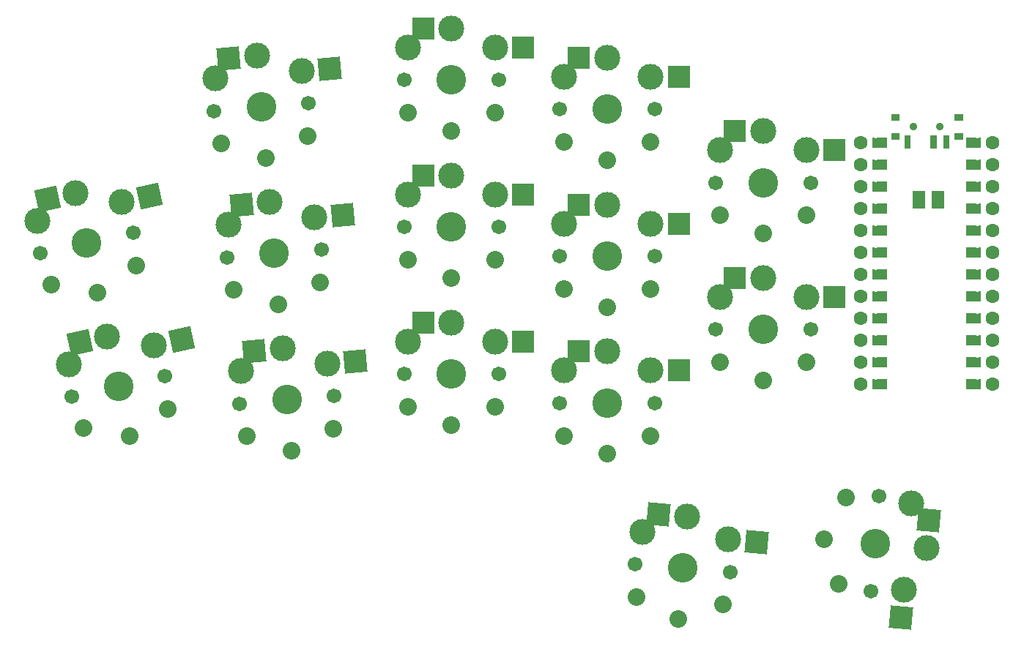
<source format=gbr>
G04 #@! TF.GenerationSoftware,KiCad,Pcbnew,6.0.0-d3dd2cf0fa~116~ubuntu20.04.1*
G04 #@! TF.CreationDate,2022-01-05T23:59:28-05:00*
G04 #@! TF.ProjectId,30_hs,33305f68-732e-46b6-9963-61645f706362,0.1*
G04 #@! TF.SameCoordinates,Original*
G04 #@! TF.FileFunction,Soldermask,Bot*
G04 #@! TF.FilePolarity,Negative*
%FSLAX46Y46*%
G04 Gerber Fmt 4.6, Leading zero omitted, Abs format (unit mm)*
G04 Created by KiCad (PCBNEW 6.0.0-d3dd2cf0fa~116~ubuntu20.04.1) date 2022-01-05 23:59:28*
%MOMM*%
%LPD*%
G01*
G04 APERTURE LIST*
G04 Aperture macros list*
%AMRotRect*
0 Rectangle, with rotation*
0 The origin of the aperture is its center*
0 $1 length*
0 $2 width*
0 $3 Rotation angle, in degrees counterclockwise*
0 Add horizontal line*
21,1,$1,$2,0,0,$3*%
%AMFreePoly0*
4,1,6,0.600000,0.200000,0.000000,-0.400000,-0.600000,0.200000,-0.600000,0.400000,0.600000,0.400000,0.600000,0.200000,0.600000,0.200000,$1*%
%AMFreePoly1*
4,1,6,0.600000,-0.250000,-0.600000,-0.250000,-0.600000,1.000000,0.000000,0.400000,0.600000,1.000000,0.600000,-0.250000,0.600000,-0.250000,$1*%
G04 Aperture macros list end*
%ADD10C,0.100000*%
%ADD11C,3.000000*%
%ADD12C,1.701800*%
%ADD13C,3.429000*%
%ADD14RotRect,2.600000X2.600000X12.500000*%
%ADD15C,2.032000*%
%ADD16RotRect,2.600000X2.600000X5.000000*%
%ADD17R,2.600000X2.600000*%
%ADD18RotRect,2.600000X2.600000X355.000000*%
%ADD19RotRect,2.600000X2.600000X265.000000*%
%ADD20C,1.600000*%
%ADD21FreePoly0,270.000000*%
%ADD22FreePoly0,90.000000*%
%ADD23FreePoly1,90.000000*%
%ADD24FreePoly1,270.000000*%
%ADD25C,0.900000*%
G04 APERTURE END LIST*
D10*
X132523000Y-69866000D02*
X132523000Y-71866000D01*
X132523000Y-71866000D02*
X133923000Y-71866000D01*
X133923000Y-71866000D02*
X133923000Y-69866000D01*
X133923000Y-69866000D02*
X132523000Y-69866000D01*
G36*
X133923000Y-71866000D02*
G01*
X132523000Y-71866000D01*
X132523000Y-69866000D01*
X133923000Y-69866000D01*
X133923000Y-71866000D01*
G37*
X133923000Y-71866000D02*
X132523000Y-71866000D01*
X132523000Y-69866000D01*
X133923000Y-69866000D01*
X133923000Y-71866000D01*
X134723000Y-69866000D02*
X134723000Y-71866000D01*
X134723000Y-71866000D02*
X136123000Y-71866000D01*
X136123000Y-71866000D02*
X136123000Y-69866000D01*
X136123000Y-69866000D02*
X134723000Y-69866000D01*
G36*
X136123000Y-71866000D02*
G01*
X134723000Y-71866000D01*
X134723000Y-69866000D01*
X136123000Y-69866000D01*
X136123000Y-71866000D01*
G37*
X136123000Y-71866000D02*
X134723000Y-71866000D01*
X134723000Y-69866000D01*
X136123000Y-69866000D01*
X136123000Y-71866000D01*
X129059009Y-66366446D02*
X129059009Y-67382446D01*
X129059009Y-67382446D02*
X128043009Y-67382446D01*
X128043009Y-67382446D02*
X128043009Y-66366446D01*
X128043009Y-66366446D02*
X129059009Y-66366446D01*
G36*
X129059009Y-67382446D02*
G01*
X128043009Y-67382446D01*
X128043009Y-66366446D01*
X129059009Y-66366446D01*
X129059009Y-67382446D01*
G37*
X129059009Y-67382446D02*
X128043009Y-67382446D01*
X128043009Y-66366446D01*
X129059009Y-66366446D01*
X129059009Y-67382446D01*
X129059009Y-73986446D02*
X129059009Y-75002446D01*
X129059009Y-75002446D02*
X128043009Y-75002446D01*
X128043009Y-75002446D02*
X128043009Y-73986446D01*
X128043009Y-73986446D02*
X129059009Y-73986446D01*
G36*
X129059009Y-75002446D02*
G01*
X128043009Y-75002446D01*
X128043009Y-73986446D01*
X129059009Y-73986446D01*
X129059009Y-75002446D01*
G37*
X129059009Y-75002446D02*
X128043009Y-75002446D01*
X128043009Y-73986446D01*
X129059009Y-73986446D01*
X129059009Y-75002446D01*
X129059009Y-91766446D02*
X129059009Y-92782446D01*
X129059009Y-92782446D02*
X128043009Y-92782446D01*
X128043009Y-92782446D02*
X128043009Y-91766446D01*
X128043009Y-91766446D02*
X129059009Y-91766446D01*
G36*
X129059009Y-92782446D02*
G01*
X128043009Y-92782446D01*
X128043009Y-91766446D01*
X129059009Y-91766446D01*
X129059009Y-92782446D01*
G37*
X129059009Y-92782446D02*
X128043009Y-92782446D01*
X128043009Y-91766446D01*
X129059009Y-91766446D01*
X129059009Y-92782446D01*
X129059009Y-76526446D02*
X129059009Y-77542446D01*
X129059009Y-77542446D02*
X128043009Y-77542446D01*
X128043009Y-77542446D02*
X128043009Y-76526446D01*
X128043009Y-76526446D02*
X129059009Y-76526446D01*
G36*
X129059009Y-77542446D02*
G01*
X128043009Y-77542446D01*
X128043009Y-76526446D01*
X129059009Y-76526446D01*
X129059009Y-77542446D01*
G37*
X129059009Y-77542446D02*
X128043009Y-77542446D01*
X128043009Y-76526446D01*
X129059009Y-76526446D01*
X129059009Y-77542446D01*
X139219009Y-75002446D02*
X139219009Y-73986446D01*
X139219009Y-73986446D02*
X140235009Y-73986446D01*
X140235009Y-73986446D02*
X140235009Y-75002446D01*
X140235009Y-75002446D02*
X139219009Y-75002446D01*
G36*
X140235009Y-75002446D02*
G01*
X139219009Y-75002446D01*
X139219009Y-73986446D01*
X140235009Y-73986446D01*
X140235009Y-75002446D01*
G37*
X140235009Y-75002446D02*
X139219009Y-75002446D01*
X139219009Y-73986446D01*
X140235009Y-73986446D01*
X140235009Y-75002446D01*
X139219009Y-67382446D02*
X139219009Y-66366446D01*
X139219009Y-66366446D02*
X140235009Y-66366446D01*
X140235009Y-66366446D02*
X140235009Y-67382446D01*
X140235009Y-67382446D02*
X139219009Y-67382446D01*
G36*
X140235009Y-67382446D02*
G01*
X139219009Y-67382446D01*
X139219009Y-66366446D01*
X140235009Y-66366446D01*
X140235009Y-67382446D01*
G37*
X140235009Y-67382446D02*
X139219009Y-67382446D01*
X139219009Y-66366446D01*
X140235009Y-66366446D01*
X140235009Y-67382446D01*
X129059009Y-63826446D02*
X129059009Y-64842446D01*
X129059009Y-64842446D02*
X128043009Y-64842446D01*
X128043009Y-64842446D02*
X128043009Y-63826446D01*
X128043009Y-63826446D02*
X129059009Y-63826446D01*
G36*
X129059009Y-64842446D02*
G01*
X128043009Y-64842446D01*
X128043009Y-63826446D01*
X129059009Y-63826446D01*
X129059009Y-64842446D01*
G37*
X129059009Y-64842446D02*
X128043009Y-64842446D01*
X128043009Y-63826446D01*
X129059009Y-63826446D01*
X129059009Y-64842446D01*
X129059009Y-68906446D02*
X129059009Y-69922446D01*
X129059009Y-69922446D02*
X128043009Y-69922446D01*
X128043009Y-69922446D02*
X128043009Y-68906446D01*
X128043009Y-68906446D02*
X129059009Y-68906446D01*
G36*
X129059009Y-69922446D02*
G01*
X128043009Y-69922446D01*
X128043009Y-68906446D01*
X129059009Y-68906446D01*
X129059009Y-69922446D01*
G37*
X129059009Y-69922446D02*
X128043009Y-69922446D01*
X128043009Y-68906446D01*
X129059009Y-68906446D01*
X129059009Y-69922446D01*
X139219009Y-92782446D02*
X139219009Y-91766446D01*
X139219009Y-91766446D02*
X140235009Y-91766446D01*
X140235009Y-91766446D02*
X140235009Y-92782446D01*
X140235009Y-92782446D02*
X139219009Y-92782446D01*
G36*
X140235009Y-92782446D02*
G01*
X139219009Y-92782446D01*
X139219009Y-91766446D01*
X140235009Y-91766446D01*
X140235009Y-92782446D01*
G37*
X140235009Y-92782446D02*
X139219009Y-92782446D01*
X139219009Y-91766446D01*
X140235009Y-91766446D01*
X140235009Y-92782446D01*
X129059009Y-81606446D02*
X129059009Y-82622446D01*
X129059009Y-82622446D02*
X128043009Y-82622446D01*
X128043009Y-82622446D02*
X128043009Y-81606446D01*
X128043009Y-81606446D02*
X129059009Y-81606446D01*
G36*
X129059009Y-82622446D02*
G01*
X128043009Y-82622446D01*
X128043009Y-81606446D01*
X129059009Y-81606446D01*
X129059009Y-82622446D01*
G37*
X129059009Y-82622446D02*
X128043009Y-82622446D01*
X128043009Y-81606446D01*
X129059009Y-81606446D01*
X129059009Y-82622446D01*
X139219009Y-77542446D02*
X139219009Y-76526446D01*
X139219009Y-76526446D02*
X140235009Y-76526446D01*
X140235009Y-76526446D02*
X140235009Y-77542446D01*
X140235009Y-77542446D02*
X139219009Y-77542446D01*
G36*
X140235009Y-77542446D02*
G01*
X139219009Y-77542446D01*
X139219009Y-76526446D01*
X140235009Y-76526446D01*
X140235009Y-77542446D01*
G37*
X140235009Y-77542446D02*
X139219009Y-77542446D01*
X139219009Y-76526446D01*
X140235009Y-76526446D01*
X140235009Y-77542446D01*
X139219009Y-90242446D02*
X139219009Y-89226446D01*
X139219009Y-89226446D02*
X140235009Y-89226446D01*
X140235009Y-89226446D02*
X140235009Y-90242446D01*
X140235009Y-90242446D02*
X139219009Y-90242446D01*
G36*
X140235009Y-90242446D02*
G01*
X139219009Y-90242446D01*
X139219009Y-89226446D01*
X140235009Y-89226446D01*
X140235009Y-90242446D01*
G37*
X140235009Y-90242446D02*
X139219009Y-90242446D01*
X139219009Y-89226446D01*
X140235009Y-89226446D01*
X140235009Y-90242446D01*
X139219009Y-69922446D02*
X139219009Y-68906446D01*
X139219009Y-68906446D02*
X140235009Y-68906446D01*
X140235009Y-68906446D02*
X140235009Y-69922446D01*
X140235009Y-69922446D02*
X139219009Y-69922446D01*
G36*
X140235009Y-69922446D02*
G01*
X139219009Y-69922446D01*
X139219009Y-68906446D01*
X140235009Y-68906446D01*
X140235009Y-69922446D01*
G37*
X140235009Y-69922446D02*
X139219009Y-69922446D01*
X139219009Y-68906446D01*
X140235009Y-68906446D01*
X140235009Y-69922446D01*
X129059009Y-71446446D02*
X129059009Y-72462446D01*
X129059009Y-72462446D02*
X128043009Y-72462446D01*
X128043009Y-72462446D02*
X128043009Y-71446446D01*
X128043009Y-71446446D02*
X129059009Y-71446446D01*
G36*
X129059009Y-72462446D02*
G01*
X128043009Y-72462446D01*
X128043009Y-71446446D01*
X129059009Y-71446446D01*
X129059009Y-72462446D01*
G37*
X129059009Y-72462446D02*
X128043009Y-72462446D01*
X128043009Y-71446446D01*
X129059009Y-71446446D01*
X129059009Y-72462446D01*
X139219009Y-80082446D02*
X139219009Y-79066446D01*
X139219009Y-79066446D02*
X140235009Y-79066446D01*
X140235009Y-79066446D02*
X140235009Y-80082446D01*
X140235009Y-80082446D02*
X139219009Y-80082446D01*
G36*
X140235009Y-80082446D02*
G01*
X139219009Y-80082446D01*
X139219009Y-79066446D01*
X140235009Y-79066446D01*
X140235009Y-80082446D01*
G37*
X140235009Y-80082446D02*
X139219009Y-80082446D01*
X139219009Y-79066446D01*
X140235009Y-79066446D01*
X140235009Y-80082446D01*
X139219009Y-72462446D02*
X139219009Y-71446446D01*
X139219009Y-71446446D02*
X140235009Y-71446446D01*
X140235009Y-71446446D02*
X140235009Y-72462446D01*
X140235009Y-72462446D02*
X139219009Y-72462446D01*
G36*
X140235009Y-72462446D02*
G01*
X139219009Y-72462446D01*
X139219009Y-71446446D01*
X140235009Y-71446446D01*
X140235009Y-72462446D01*
G37*
X140235009Y-72462446D02*
X139219009Y-72462446D01*
X139219009Y-71446446D01*
X140235009Y-71446446D01*
X140235009Y-72462446D01*
X139219009Y-87702446D02*
X139219009Y-86686446D01*
X139219009Y-86686446D02*
X140235009Y-86686446D01*
X140235009Y-86686446D02*
X140235009Y-87702446D01*
X140235009Y-87702446D02*
X139219009Y-87702446D01*
G36*
X140235009Y-87702446D02*
G01*
X139219009Y-87702446D01*
X139219009Y-86686446D01*
X140235009Y-86686446D01*
X140235009Y-87702446D01*
G37*
X140235009Y-87702446D02*
X139219009Y-87702446D01*
X139219009Y-86686446D01*
X140235009Y-86686446D01*
X140235009Y-87702446D01*
X139219009Y-64842446D02*
X139219009Y-63826446D01*
X139219009Y-63826446D02*
X140235009Y-63826446D01*
X140235009Y-63826446D02*
X140235009Y-64842446D01*
X140235009Y-64842446D02*
X139219009Y-64842446D01*
G36*
X140235009Y-64842446D02*
G01*
X139219009Y-64842446D01*
X139219009Y-63826446D01*
X140235009Y-63826446D01*
X140235009Y-64842446D01*
G37*
X140235009Y-64842446D02*
X139219009Y-64842446D01*
X139219009Y-63826446D01*
X140235009Y-63826446D01*
X140235009Y-64842446D01*
X129059009Y-79066446D02*
X129059009Y-80082446D01*
X129059009Y-80082446D02*
X128043009Y-80082446D01*
X128043009Y-80082446D02*
X128043009Y-79066446D01*
X128043009Y-79066446D02*
X129059009Y-79066446D01*
G36*
X129059009Y-80082446D02*
G01*
X128043009Y-80082446D01*
X128043009Y-79066446D01*
X129059009Y-79066446D01*
X129059009Y-80082446D01*
G37*
X129059009Y-80082446D02*
X128043009Y-80082446D01*
X128043009Y-79066446D01*
X129059009Y-79066446D01*
X129059009Y-80082446D01*
X129059009Y-86686446D02*
X129059009Y-87702446D01*
X129059009Y-87702446D02*
X128043009Y-87702446D01*
X128043009Y-87702446D02*
X128043009Y-86686446D01*
X128043009Y-86686446D02*
X129059009Y-86686446D01*
G36*
X129059009Y-87702446D02*
G01*
X128043009Y-87702446D01*
X128043009Y-86686446D01*
X129059009Y-86686446D01*
X129059009Y-87702446D01*
G37*
X129059009Y-87702446D02*
X128043009Y-87702446D01*
X128043009Y-86686446D01*
X129059009Y-86686446D01*
X129059009Y-87702446D01*
X139219009Y-82622446D02*
X139219009Y-81606446D01*
X139219009Y-81606446D02*
X140235009Y-81606446D01*
X140235009Y-81606446D02*
X140235009Y-82622446D01*
X140235009Y-82622446D02*
X139219009Y-82622446D01*
G36*
X140235009Y-82622446D02*
G01*
X139219009Y-82622446D01*
X139219009Y-81606446D01*
X140235009Y-81606446D01*
X140235009Y-82622446D01*
G37*
X140235009Y-82622446D02*
X139219009Y-82622446D01*
X139219009Y-81606446D01*
X140235009Y-81606446D01*
X140235009Y-82622446D01*
X129059009Y-89226446D02*
X129059009Y-90242446D01*
X129059009Y-90242446D02*
X128043009Y-90242446D01*
X128043009Y-90242446D02*
X128043009Y-89226446D01*
X128043009Y-89226446D02*
X129059009Y-89226446D01*
G36*
X129059009Y-90242446D02*
G01*
X128043009Y-90242446D01*
X128043009Y-89226446D01*
X129059009Y-89226446D01*
X129059009Y-90242446D01*
G37*
X129059009Y-90242446D02*
X128043009Y-90242446D01*
X128043009Y-89226446D01*
X129059009Y-89226446D01*
X129059009Y-90242446D01*
X129059009Y-84146446D02*
X129059009Y-85162446D01*
X129059009Y-85162446D02*
X128043009Y-85162446D01*
X128043009Y-85162446D02*
X128043009Y-84146446D01*
X128043009Y-84146446D02*
X129059009Y-84146446D01*
G36*
X129059009Y-85162446D02*
G01*
X128043009Y-85162446D01*
X128043009Y-84146446D01*
X129059009Y-84146446D01*
X129059009Y-85162446D01*
G37*
X129059009Y-85162446D02*
X128043009Y-85162446D01*
X128043009Y-84146446D01*
X129059009Y-84146446D01*
X129059009Y-85162446D01*
X139219009Y-85162446D02*
X139219009Y-84146446D01*
X139219009Y-84146446D02*
X140235009Y-84146446D01*
X140235009Y-84146446D02*
X140235009Y-85162446D01*
X140235009Y-85162446D02*
X139219009Y-85162446D01*
G36*
X140235009Y-85162446D02*
G01*
X139219009Y-85162446D01*
X139219009Y-84146446D01*
X140235009Y-84146446D01*
X140235009Y-85162446D01*
G37*
X140235009Y-85162446D02*
X139219009Y-85162446D01*
X139219009Y-84146446D01*
X140235009Y-84146446D01*
X140235009Y-85162446D01*
X136097486Y-63491256D02*
X136097486Y-64891256D01*
X136097486Y-64891256D02*
X136697486Y-64891256D01*
X136697486Y-64891256D02*
X136697486Y-63491256D01*
X136697486Y-63491256D02*
X136097486Y-63491256D01*
G36*
X136697486Y-64891256D02*
G01*
X136097486Y-64891256D01*
X136097486Y-63491256D01*
X136697486Y-63491256D01*
X136697486Y-64891256D01*
G37*
X136697486Y-64891256D02*
X136097486Y-64891256D01*
X136097486Y-63491256D01*
X136697486Y-63491256D01*
X136697486Y-64891256D01*
X131597486Y-63491256D02*
X131597486Y-64891256D01*
X131597486Y-64891256D02*
X132197486Y-64891256D01*
X132197486Y-64891256D02*
X132197486Y-63491256D01*
X132197486Y-63491256D02*
X131597486Y-63491256D01*
G36*
X132197486Y-64891256D02*
G01*
X131597486Y-64891256D01*
X131597486Y-63491256D01*
X132197486Y-63491256D01*
X132197486Y-64891256D01*
G37*
X132197486Y-64891256D02*
X131597486Y-64891256D01*
X131597486Y-63491256D01*
X132197486Y-63491256D01*
X132197486Y-64891256D01*
X137347486Y-60991256D02*
X137347486Y-61691256D01*
X137347486Y-61691256D02*
X138247486Y-61691256D01*
X138247486Y-61691256D02*
X138247486Y-60991256D01*
X138247486Y-60991256D02*
X137347486Y-60991256D01*
G36*
X138247486Y-61691256D02*
G01*
X137347486Y-61691256D01*
X137347486Y-60991256D01*
X138247486Y-60991256D01*
X138247486Y-61691256D01*
G37*
X138247486Y-61691256D02*
X137347486Y-61691256D01*
X137347486Y-60991256D01*
X138247486Y-60991256D01*
X138247486Y-61691256D01*
X134597486Y-63491256D02*
X134597486Y-64891256D01*
X134597486Y-64891256D02*
X135197486Y-64891256D01*
X135197486Y-64891256D02*
X135197486Y-63491256D01*
X135197486Y-63491256D02*
X134597486Y-63491256D01*
G36*
X135197486Y-64891256D02*
G01*
X134597486Y-64891256D01*
X134597486Y-63491256D01*
X135197486Y-63491256D01*
X135197486Y-64891256D01*
G37*
X135197486Y-64891256D02*
X134597486Y-64891256D01*
X134597486Y-63491256D01*
X135197486Y-63491256D01*
X135197486Y-64891256D01*
X130047486Y-60991256D02*
X130047486Y-61691256D01*
X130047486Y-61691256D02*
X130947486Y-61691256D01*
X130947486Y-61691256D02*
X130947486Y-60991256D01*
X130947486Y-60991256D02*
X130047486Y-60991256D01*
G36*
X130947486Y-61691256D02*
G01*
X130047486Y-61691256D01*
X130047486Y-60991256D01*
X130947486Y-60991256D01*
X130947486Y-61691256D01*
G37*
X130947486Y-61691256D02*
X130047486Y-61691256D01*
X130047486Y-60991256D01*
X130947486Y-60991256D01*
X130947486Y-61691256D01*
X137347486Y-63191256D02*
X137347486Y-63891256D01*
X137347486Y-63891256D02*
X138247486Y-63891256D01*
X138247486Y-63891256D02*
X138247486Y-63191256D01*
X138247486Y-63191256D02*
X137347486Y-63191256D01*
G36*
X138247486Y-63891256D02*
G01*
X137347486Y-63891256D01*
X137347486Y-63191256D01*
X138247486Y-63191256D01*
X138247486Y-63891256D01*
G37*
X138247486Y-63891256D02*
X137347486Y-63891256D01*
X137347486Y-63191256D01*
X138247486Y-63191256D01*
X138247486Y-63891256D01*
X130047486Y-63191256D02*
X130047486Y-63891256D01*
X130047486Y-63891256D02*
X130947486Y-63891256D01*
X130947486Y-63891256D02*
X130947486Y-63191256D01*
X130947486Y-63191256D02*
X130047486Y-63191256D01*
G36*
X130947486Y-63891256D02*
G01*
X130047486Y-63891256D01*
X130047486Y-63191256D01*
X130947486Y-63191256D01*
X130947486Y-63891256D01*
G37*
X130947486Y-63891256D02*
X130047486Y-63891256D01*
X130047486Y-63191256D01*
X130947486Y-63191256D01*
X130947486Y-63891256D01*
D11*
X35756765Y-70114767D03*
D12*
X42414209Y-74733310D03*
D11*
X41114412Y-71180420D03*
D12*
X31674953Y-77114146D03*
D11*
X31351452Y-73344816D03*
D13*
X37044581Y-75923728D03*
D14*
X32559396Y-70823606D03*
D15*
X38321575Y-81683874D03*
X32985571Y-80715851D03*
X42748532Y-78551455D03*
D14*
X44311782Y-70471580D03*
D12*
X51759789Y-60669942D03*
D11*
X61892999Y-56019076D03*
X51931052Y-56890634D03*
D13*
X57238860Y-60190585D03*
D11*
X56720283Y-54263227D03*
D12*
X62717931Y-59711228D03*
D16*
X53457746Y-54548662D03*
D15*
X57753079Y-66068134D03*
X62551025Y-63540346D03*
X52589078Y-64411904D03*
D16*
X65155537Y-55733641D03*
D17*
X87505000Y-53308851D03*
D15*
X84230000Y-60858851D03*
X74230000Y-60858851D03*
X79230000Y-62958851D03*
D17*
X75955000Y-51108851D03*
D11*
X79230000Y-51108851D03*
D12*
X84730000Y-57058851D03*
D11*
X84230000Y-53308851D03*
D12*
X73730000Y-57058851D03*
D13*
X79230000Y-57058851D03*
D11*
X74230000Y-53308851D03*
D12*
X102733086Y-60427567D03*
D11*
X102233086Y-56677567D03*
D13*
X97233086Y-60427567D03*
D11*
X97233086Y-54477567D03*
D12*
X91733086Y-60427567D03*
D11*
X92233086Y-56677567D03*
D15*
X97233086Y-66327567D03*
D17*
X93958086Y-54477567D03*
X105508086Y-56677567D03*
D15*
X102233086Y-64227567D03*
X92233086Y-64227567D03*
D12*
X109733089Y-68927570D03*
D11*
X120233089Y-65177570D03*
D13*
X115233089Y-68927570D03*
D11*
X110233089Y-65177570D03*
X115233089Y-62977570D03*
D12*
X120733089Y-68927570D03*
D17*
X111958089Y-62977570D03*
D15*
X115233089Y-74827570D03*
X120233089Y-72727570D03*
X110233089Y-72727570D03*
D17*
X123508089Y-65177570D03*
D12*
X46093685Y-91330336D03*
X35354429Y-93711172D03*
D11*
X39436241Y-86711793D03*
X35030928Y-89941842D03*
D13*
X40724057Y-92520754D03*
D11*
X44793888Y-87777446D03*
D14*
X36238872Y-87420632D03*
D15*
X42001051Y-98280900D03*
X46428008Y-95148481D03*
D14*
X47991258Y-87068606D03*
D15*
X36665047Y-97312877D03*
D11*
X63374641Y-72954392D03*
X58201925Y-71198543D03*
D12*
X53241431Y-77605258D03*
D11*
X53412694Y-73825950D03*
D12*
X64199573Y-76646544D03*
D13*
X58720502Y-77125901D03*
D15*
X59234721Y-83003450D03*
D16*
X54939388Y-71483978D03*
D15*
X64032667Y-80475662D03*
X54070720Y-81347220D03*
D16*
X66637179Y-72668957D03*
D17*
X87505000Y-70308851D03*
D15*
X84230000Y-77858851D03*
X74230000Y-77858851D03*
X79230000Y-79958851D03*
D17*
X75955000Y-68108851D03*
D11*
X79230000Y-68108851D03*
X84230000Y-70308851D03*
D13*
X79230000Y-74058851D03*
D12*
X73730000Y-74058851D03*
X84730000Y-74058851D03*
D11*
X74230000Y-70308851D03*
D15*
X102233086Y-81227564D03*
D17*
X105508086Y-73677564D03*
D15*
X92233086Y-81227564D03*
D17*
X93958086Y-71477564D03*
D15*
X97233086Y-83327564D03*
D11*
X102233086Y-73677564D03*
X92233086Y-73677564D03*
D12*
X91733086Y-77427564D03*
D11*
X97233086Y-71477564D03*
D12*
X102733086Y-77427564D03*
D13*
X97233086Y-77427564D03*
D17*
X123508089Y-82177569D03*
D15*
X120233089Y-89727569D03*
X110233089Y-89727569D03*
D17*
X111958089Y-79977569D03*
D15*
X115233089Y-91827569D03*
D11*
X120233089Y-82177569D03*
X115233089Y-79977569D03*
D12*
X109733089Y-85927569D03*
X120733089Y-85927569D03*
D11*
X110233089Y-82177569D03*
D13*
X115233089Y-85927569D03*
D12*
X54723079Y-94540566D03*
D11*
X59683573Y-88133851D03*
X54894342Y-90761258D03*
D12*
X65681221Y-93581852D03*
D11*
X64856289Y-89889700D03*
D13*
X60202150Y-94061209D03*
D15*
X60716369Y-99938758D03*
D16*
X56421036Y-88419286D03*
D15*
X65514315Y-97410970D03*
D16*
X68118827Y-89604265D03*
D15*
X55552368Y-98282528D03*
X74230000Y-94858862D03*
X84230000Y-94858862D03*
D17*
X87505000Y-87308862D03*
X75955000Y-85108862D03*
D15*
X79230000Y-96958862D03*
D12*
X84730000Y-91058862D03*
D11*
X79230000Y-85108862D03*
D13*
X79230000Y-91058862D03*
D11*
X74230000Y-87308862D03*
D12*
X73730000Y-91058862D03*
D11*
X84230000Y-87308862D03*
D15*
X92233086Y-98227566D03*
X102233086Y-98227566D03*
D17*
X105508086Y-90677566D03*
D15*
X97233086Y-100327566D03*
D17*
X93958086Y-88477566D03*
D11*
X97233086Y-88477566D03*
D12*
X91733086Y-94427566D03*
D13*
X97233086Y-94427566D03*
D11*
X92233086Y-90677566D03*
D12*
X102733086Y-94427566D03*
D11*
X102233086Y-90677566D03*
D12*
X111404071Y-114004357D03*
D13*
X105925000Y-113525000D03*
D12*
X100445929Y-113045643D03*
D11*
X111232808Y-110225049D03*
X106443577Y-107597642D03*
X101270861Y-109353491D03*
D18*
X103181039Y-107312206D03*
D15*
X105410781Y-119402549D03*
X110574782Y-117746319D03*
D18*
X114495345Y-110510484D03*
D15*
X100612835Y-116874761D03*
D11*
X134101143Y-111221245D03*
X131473736Y-116010476D03*
X132345294Y-106048529D03*
D12*
X128653142Y-105223597D03*
X127694428Y-116181739D03*
D13*
X128173785Y-110702668D03*
D15*
X122296236Y-110188449D03*
D19*
X134386579Y-107958707D03*
D15*
X123952466Y-115352450D03*
X124824024Y-105390503D03*
D19*
X131188301Y-119273013D03*
D20*
X126519009Y-64334446D03*
X141759009Y-74494446D03*
D21*
X139981009Y-87194446D03*
D22*
X128297009Y-84654446D03*
D20*
X141759009Y-69414446D03*
D21*
X139981009Y-79574446D03*
D20*
X126519009Y-71954446D03*
X126519009Y-77034446D03*
D22*
X128297009Y-87194446D03*
X128297009Y-74494446D03*
D20*
X141759009Y-79574446D03*
D21*
X139981009Y-66874446D03*
D20*
X141759009Y-92274446D03*
D21*
X139981009Y-84654446D03*
D22*
X128297009Y-79574446D03*
X128297009Y-69414446D03*
D20*
X126519009Y-66874446D03*
X141759009Y-84654446D03*
D22*
X128297009Y-92274446D03*
D21*
X139981009Y-89734446D03*
D20*
X141759009Y-77034446D03*
D22*
X128297009Y-89734446D03*
D20*
X141759009Y-64334446D03*
D22*
X128297009Y-66874446D03*
D20*
X141759009Y-82114446D03*
X141759009Y-71954446D03*
X126519009Y-69414446D03*
X126519009Y-89734446D03*
D22*
X128297009Y-82114446D03*
D20*
X126519009Y-79574446D03*
D21*
X139981009Y-92274446D03*
D22*
X128297009Y-77034446D03*
D20*
X126519009Y-87194446D03*
D21*
X139981009Y-64334446D03*
D20*
X141759009Y-66874446D03*
D21*
X139981009Y-82114446D03*
X139981009Y-77034446D03*
X139981009Y-74494446D03*
D20*
X126519009Y-74494446D03*
D21*
X139981009Y-69414446D03*
D20*
X126519009Y-84654446D03*
X126519009Y-92274446D03*
X126519009Y-82114446D03*
D22*
X128297009Y-71954446D03*
D20*
X141759009Y-89734446D03*
D22*
X128297009Y-64334446D03*
D20*
X141759009Y-87194446D03*
D21*
X139981009Y-71954446D03*
D23*
X129313009Y-64334446D03*
X129313009Y-66874446D03*
X129313009Y-69414446D03*
X129313009Y-71954446D03*
X129313009Y-74494446D03*
X129313009Y-77034446D03*
X129313009Y-79574446D03*
X129313009Y-82114446D03*
X129313009Y-84654446D03*
X129313009Y-87194446D03*
X129313009Y-89734446D03*
X129313009Y-92274446D03*
D24*
X138965009Y-92274446D03*
X138965009Y-89734446D03*
X138965009Y-87194446D03*
X138965009Y-84654446D03*
X138965009Y-82114446D03*
X138965009Y-79574446D03*
X138965009Y-77034446D03*
X138965009Y-74494446D03*
X138965009Y-71954446D03*
X138965009Y-69414446D03*
X138965009Y-66874446D03*
X138965009Y-64334446D03*
D25*
X135647486Y-62441256D03*
X132647486Y-62441256D03*
X135647486Y-62441256D03*
X132647486Y-62441256D03*
M02*

</source>
